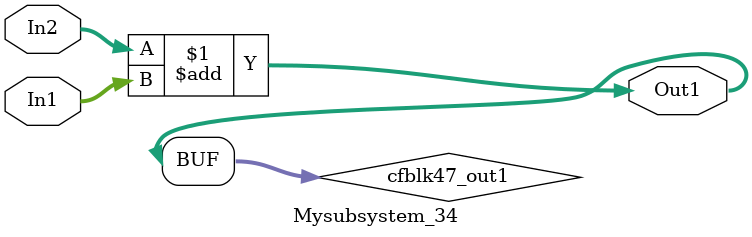
<source format=v>



`timescale 1 ns / 1 ns

module Mysubsystem_34
          (In1,
           In2,
           Out1);


  input   [7:0] In1;  // uint8
  input   [7:0] In2;  // uint8
  output  [7:0] Out1;  // uint8


  wire [7:0] cfblk47_out1;  // uint8


  assign cfblk47_out1 = In2 + In1;



  assign Out1 = cfblk47_out1;

endmodule  // Mysubsystem_34


</source>
